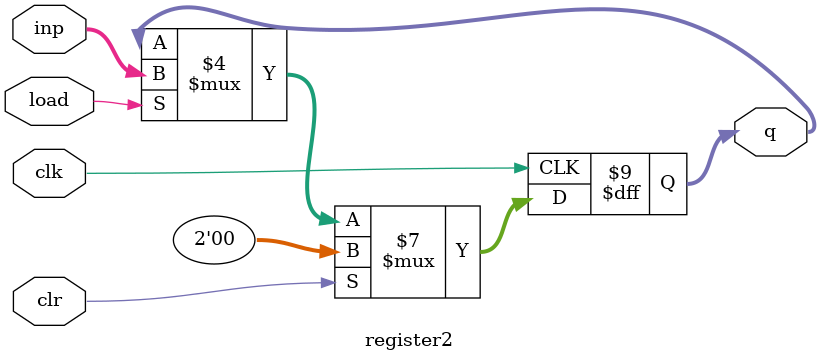
<source format=v>
module register2(load, clk, clr, inp, q);
	input load, clr, clk;
    input [2-1 : 0] inp;
	output reg [2-1 : 0] q;

	always @(posedge clk)
		if (clr == 1)
			q <= 0;
		else if (load == 1)
			q <= inp;
endmodule

</source>
